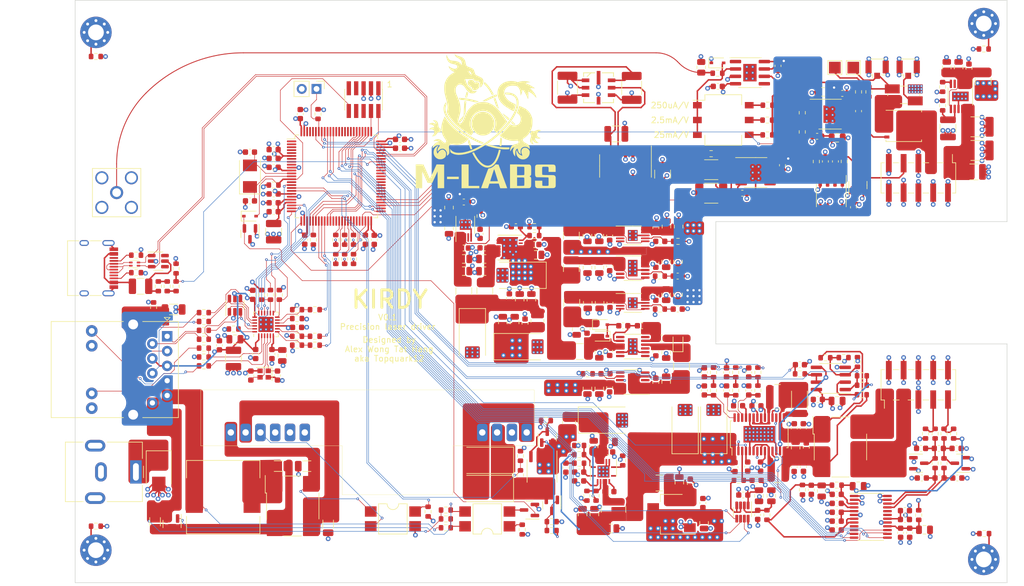
<source format=kicad_pcb>
(kicad_pcb (version 20211014) (generator pcbnew)

  (general
    (thickness 1.6)
  )

  (paper "A4")
  (layers
    (0 "F.Cu" signal)
    (1 "In1.Cu" signal)
    (2 "In2.Cu" signal)
    (31 "B.Cu" signal)
    (32 "B.Adhes" user "B.Adhesive")
    (33 "F.Adhes" user "F.Adhesive")
    (34 "B.Paste" user)
    (35 "F.Paste" user)
    (36 "B.SilkS" user "B.Silkscreen")
    (37 "F.SilkS" user "F.Silkscreen")
    (38 "B.Mask" user)
    (39 "F.Mask" user)
    (40 "Dwgs.User" user "User.Drawings")
    (41 "Cmts.User" user "User.Comments")
    (42 "Eco1.User" user "User.Eco1")
    (43 "Eco2.User" user "User.Eco2")
    (44 "Edge.Cuts" user)
    (45 "Margin" user)
    (46 "B.CrtYd" user "B.Courtyard")
    (47 "F.CrtYd" user "F.Courtyard")
    (48 "B.Fab" user)
    (49 "F.Fab" user)
    (50 "User.1" user)
    (51 "User.2" user)
    (52 "User.3" user)
    (53 "User.4" user)
    (54 "User.5" user)
    (55 "User.6" user)
    (56 "User.7" user)
    (57 "User.8" user)
    (58 "User.9" user)
  )

  (setup
    (stackup
      (layer "F.SilkS" (type "Top Silk Screen"))
      (layer "F.Paste" (type "Top Solder Paste"))
      (layer "F.Mask" (type "Top Solder Mask") (thickness 0.01))
      (layer "F.Cu" (type "copper") (thickness 0.035))
      (layer "dielectric 1" (type "core") (thickness 0.48) (material "FR4") (epsilon_r 4.5) (loss_tangent 0.02))
      (layer "In1.Cu" (type "copper") (thickness 0.035))
      (layer "dielectric 2" (type "prepreg") (thickness 0.48) (material "FR4") (epsilon_r 4.5) (loss_tangent 0.02))
      (layer "In2.Cu" (type "copper") (thickness 0.035))
      (layer "dielectric 3" (type "core") (thickness 0.48) (material "FR4") (epsilon_r 4.5) (loss_tangent 0.02))
      (layer "B.Cu" (type "copper") (thickness 0.035))
      (layer "B.Mask" (type "Bottom Solder Mask") (thickness 0.01))
      (layer "B.Paste" (type "Bottom Solder Paste"))
      (layer "B.SilkS" (type "Bottom Silk Screen"))
      (copper_finish "ENIG")
      (dielectric_constraints no)
    )
    (pad_to_mask_clearance 0)
    (pcbplotparams
      (layerselection 0x00010fc_ffffffff)
      (disableapertmacros false)
      (usegerberextensions false)
      (usegerberattributes true)
      (usegerberadvancedattributes true)
      (creategerberjobfile true)
      (svguseinch false)
      (svgprecision 6)
      (excludeedgelayer true)
      (plotframeref false)
      (viasonmask false)
      (mode 1)
      (useauxorigin false)
      (hpglpennumber 1)
      (hpglpenspeed 20)
      (hpglpendiameter 15.000000)
      (dxfpolygonmode true)
      (dxfimperialunits true)
      (dxfusepcbnewfont true)
      (psnegative false)
      (psa4output false)
      (plotreference true)
      (plotvalue true)
      (plotinvisibletext false)
      (sketchpadsonfab false)
      (subtractmaskfromsilk false)
      (outputformat 1)
      (mirror false)
      (drillshape 1)
      (scaleselection 1)
      (outputdirectory "")
    )
  )

  (net 0 "")
  (net 1 "+5VA")
  (net 2 "GND")
  (net 3 "Net-(C2-Pad2)")
  (net 4 "Net-(C5-Pad1)")
  (net 5 "Net-(C5-Pad2)")
  (net 6 "Net-(C6-Pad1)")
  (net 7 "+9VA")
  (net 8 "-6V")
  (net 9 "+15V")
  (net 10 "Net-(C13-Pad1)")
  (net 11 "Net-(C13-Pad2)")
  (net 12 "/MCU/PD_MON")
  (net 13 "/driveStage/PD_C")
  (net 14 "Net-(C17-Pad2)")
  (net 15 "Net-(C18-Pad1)")
  (net 16 "Net-(C19-Pad1)")
  (net 17 "+3V3")
  (net 18 "Net-(C21-Pad2)")
  (net 19 "Net-(C22-Pad1)")
  (net 20 "/MCU/VREF")
  (net 21 "+12V")
  (net 22 "Net-(C37-Pad2)")
  (net 23 "Net-(C38-Pad1)")
  (net 24 "Net-(C38-Pad2)")
  (net 25 "Net-(C40-Pad1)")
  (net 26 "Net-(C42-Pad2)")
  (net 27 "Net-(C43-Pad2)")
  (net 28 "-9V")
  (net 29 "IN")
  (net 30 "Net-(C50-Pad1)")
  (net 31 "Net-(C51-Pad1)")
  (net 32 "Net-(C52-Pad1)")
  (net 33 "Net-(C53-Pad1)")
  (net 34 "Net-(C54-Pad1)")
  (net 35 "Net-(C55-Pad1)")
  (net 36 "Net-(C69-Pad1)")
  (net 37 "Net-(C70-Pad1)")
  (net 38 "Net-(C71-Pad1)")
  (net 39 "Net-(C72-Pad1)")
  (net 40 "Net-(C73-Pad1)")
  (net 41 "Net-(C74-Pad1)")
  (net 42 "+9V")
  (net 43 "+8V")
  (net 44 "+3.3VA")
  (net 45 "/thermostat/DAC_REF")
  (net 46 "/thermostat/ADC_REF")
  (net 47 "/thermostat/ADC_A3V3")
  (net 48 "/thermostat/ADC_D3V3")
  (net 49 "Net-(C102-Pad1)")
  (net 50 "Net-(C103-Pad1)")
  (net 51 "Net-(C104-Pad1)")
  (net 52 "/thermostat/MAXV")
  (net 53 "/thermostat/MAXIP")
  (net 54 "/thermostat/MAXIN")
  (net 55 "Net-(C110-Pad1)")
  (net 56 "Net-(C115-Pad1)")
  (net 57 "Net-(C117-Pad1)")
  (net 58 "/MCU/TEC_ISEN")
  (net 59 "Net-(C119-Pad1)")
  (net 60 "/MCU/TEC_VREF")
  (net 61 "Net-(C122-Pad2)")
  (net 62 "Net-(C123-Pad2)")
  (net 63 "Net-(C125-Pad1)")
  (net 64 "+5V")
  (net 65 "Net-(C132-Pad2)")
  (net 66 "Net-(C133-Pad2)")
  (net 67 "Net-(C135-Pad2)")
  (net 68 "Net-(C136-Pad2)")
  (net 69 "Net-(C141-Pad1)")
  (net 70 "Net-(C145-Pad1)")
  (net 71 "Net-(C145-Pad2)")
  (net 72 "Net-(C146-Pad1)")
  (net 73 "Net-(C147-Pad1)")
  (net 74 "Net-(C148-Pad1)")
  (net 75 "Net-(C149-Pad1)")
  (net 76 "Net-(C149-Pad2)")
  (net 77 "Net-(C150-Pad1)")
  (net 78 "Net-(C151-Pad1)")
  (net 79 "Net-(C152-Pad1)")
  (net 80 "Net-(C152-Pad2)")
  (net 81 "Net-(C158-Pad1)")
  (net 82 "Net-(C162-Pad2)")
  (net 83 "Net-(C163-Pad2)")
  (net 84 "Net-(C164-Pad1)")
  (net 85 "/Ehternet/AVDDT_PHY")
  (net 86 "/Ehternet/ETH_SHIELD")
  (net 87 "Net-(D1-Pad2)")
  (net 88 "/MCU/MCU_RSTn")
  (net 89 "/MCU/RST")
  (net 90 "Net-(FB12-Pad1)")
  (net 91 "Net-(FB12-Pad2)")
  (net 92 "/thermostat/TEC+")
  (net 93 "/thermostat/TEC-")
  (net 94 "Net-(J7-PadA7)")
  (net 95 "Net-(J7-PadA6)")
  (net 96 "/MCU/USB_DP")
  (net 97 "/MCU/USB_DN")
  (net 98 "Net-(J1-Pad1)")
  (net 99 "Net-(J2-Pad1)")
  (net 100 "/MCU/SWDIO")
  (net 101 "/MCU/SWCLK")
  (net 102 "unconnected-(J4-Pad6)")
  (net 103 "unconnected-(J4-Pad7)")
  (net 104 "unconnected-(J4-Pad8)")
  (net 105 "unconnected-(J4-Pad9)")
  (net 106 "Net-(J6-Pad1)")
  (net 107 "Net-(J6-Pad2)")
  (net 108 "Net-(J6-Pad3)")
  (net 109 "Net-(J6-Pad6)")
  (net 110 "/Ehternet/POE_VC-")
  (net 111 "/Ehternet/POE_VC+")
  (net 112 "Net-(J6-Pad11)")
  (net 113 "Net-(J6-Pad13)")
  (net 114 "Net-(J7-PadA5)")
  (net 115 "unconnected-(J7-PadA8)")
  (net 116 "Net-(J7-PadB5)")
  (net 117 "unconnected-(J7-PadB8)")
  (net 118 "/driveStage/LD-")
  (net 119 "/thermostat/NTC+")
  (net 120 "/thermostat/NTC-")
  (net 121 "Net-(JP1-Pad1)")
  (net 122 "Net-(L2-Pad1)")
  (net 123 "Net-(L3-Pad1)")
  (net 124 "Net-(Q1-Pad1)")
  (net 125 "Net-(Q2-Pad3)")
  (net 126 "Net-(Q3-Pad1)")
  (net 127 "Net-(Q4-Pad1)")
  (net 128 "Net-(Q5-Pad4)")
  (net 129 "Net-(Q6-Pad1)")
  (net 130 "Net-(R4-Pad1)")
  (net 131 "Net-(R4-Pad2)")
  (net 132 "Net-(R5-Pad1)")
  (net 133 "Net-(R6-Pad1)")
  (net 134 "Net-(R7-Pad2)")
  (net 135 "Net-(R10-Pad2)")
  (net 136 "/MCU/PD_BIAS")
  (net 137 "Net-(R14-Pad2)")
  (net 138 "Net-(R15-Pad2)")
  (net 139 "Net-(R16-Pad2)")
  (net 140 "Net-(R17-Pad2)")
  (net 141 "Net-(R18-Pad2)")
  (net 142 "Net-(R19-Pad2)")
  (net 143 "Net-(R24-Pad2)")
  (net 144 "Net-(R29-Pad2)")
  (net 145 "Net-(R30-Pad2)")
  (net 146 "/MCU/PWM_MAXV")
  (net 147 "/MCU/PWM_MAXIP")
  (net 148 "/MCU/PWM_MAXIN")
  (net 149 "Net-(R41-Pad1)")
  (net 150 "Net-(R42-Pad2)")
  (net 151 "Net-(R45-Pad1)")
  (net 152 "Net-(R46-Pad2)")
  (net 153 "/MCU/TEC_VSEN")
  (net 154 "Net-(R48-Pad2)")
  (net 155 "Net-(R56-Pad2)")
  (net 156 "Net-(R57-Pad2)")
  (net 157 "Net-(R60-Pad2)")
  (net 158 "Net-(R63-Pad1)")
  (net 159 "Net-(R65-Pad1)")
  (net 160 "/MCU/AT_EVENT")
  (net 161 "/MCU/POE_PWR_SRC")
  (net 162 "/Ehternet/RMII_RXD0")
  (net 163 "Net-(R73-Pad2)")
  (net 164 "/Ehternet/RMII_RXD1")
  (net 165 "Net-(R74-Pad2)")
  (net 166 "/Ehternet/RMII_CRS_DV")
  (net 167 "Net-(R75-Pad2)")
  (net 168 "/Ehternet/RMII_REF_CLK")
  (net 169 "Net-(R76-Pad2)")
  (net 170 "/Ehternet/RMII_MDIO")
  (net 171 "Net-(R82-Pad2)")
  (net 172 "/Ehternet/ETH_LED_1")
  (net 173 "Net-(R84-Pad1)")
  (net 174 "/Ehternet/PHY_TD_P")
  (net 175 "/Ehternet/PHY_TD_N")
  (net 176 "/Ehternet/PHY_RD_P")
  (net 177 "/Ehternet/PHY_RD_N")
  (net 178 "/Ehternet/ETH_LED_2")
  (net 179 "Net-(R94-Pad2)")
  (net 180 "Net-(R95-Pad1)")
  (net 181 "/MCU/USB_VBUS")
  (net 182 "/MCU/LDAC_LOAD")
  (net 183 "/MCU/LDAC_CLK")
  (net 184 "/MCU/LDAC_MOSI")
  (net 185 "/MCU/LDAC_CS")
  (net 186 "/MCU/TADC_SYNC")
  (net 187 "/MCU/TADC_MISO")
  (net 188 "/MCU/TDAC_MOSI")
  (net 189 "/MCU/TADC_CLK")
  (net 190 "/MCU/TDAC_CLK")
  (net 191 "/MCU/TADC_CS")
  (net 192 "/MCU/TDAC_SYNC")
  (net 193 "/MCU/TADC_MOSI")
  (net 194 "Net-(U1-Pad6)")
  (net 195 "unconnected-(U2-Pad1)")
  (net 196 "unconnected-(U2-Pad9)")
  (net 197 "unconnected-(U2-Pad13)")
  (net 198 "unconnected-(U5-Pad7)")
  (net 199 "unconnected-(U7-Pad1)")
  (net 200 "unconnected-(U7-Pad2)")
  (net 201 "unconnected-(U7-Pad3)")
  (net 202 "unconnected-(U7-Pad4)")
  (net 203 "unconnected-(U7-Pad5)")
  (net 204 "unconnected-(U7-Pad7)")
  (net 205 "unconnected-(U7-Pad8)")
  (net 206 "unconnected-(U7-Pad9)")
  (net 207 "unconnected-(U7-Pad15)")
  (net 208 "/Ehternet/RMII_MDC")
  (net 209 "/Ehternet/PHY_NRST")
  (net 210 "/MCU/TEC_SHDN")
  (net 211 "unconnected-(U7-Pad37)")
  (net 212 "unconnected-(U7-Pad38)")
  (net 213 "unconnected-(U7-Pad45)")
  (net 214 "unconnected-(U7-Pad46)")
  (net 215 "/Ehternet/RMII_TX_EN")
  (net 216 "/Ehternet/RMII_TXD0")
  (net 217 "/Ehternet/RMII_TXD1")
  (net 218 "unconnected-(U7-Pad56)")
  (net 219 "unconnected-(U7-Pad57)")
  (net 220 "unconnected-(U7-Pad58)")
  (net 221 "unconnected-(U7-Pad59)")
  (net 222 "unconnected-(U7-Pad60)")
  (net 223 "unconnected-(U7-Pad61)")
  (net 224 "unconnected-(U7-Pad62)")
  (net 225 "unconnected-(U7-Pad63)")
  (net 226 "unconnected-(U7-Pad64)")
  (net 227 "unconnected-(U7-Pad65)")
  (net 228 "unconnected-(U7-Pad66)")
  (net 229 "unconnected-(U7-Pad67)")
  (net 230 "unconnected-(U7-Pad69)")
  (net 231 "unconnected-(U7-Pad82)")
  (net 232 "unconnected-(U7-Pad83)")
  (net 233 "unconnected-(U7-Pad84)")
  (net 234 "unconnected-(U7-Pad85)")
  (net 235 "unconnected-(U7-Pad86)")
  (net 236 "unconnected-(U7-Pad87)")
  (net 237 "unconnected-(U7-Pad88)")
  (net 238 "unconnected-(U7-Pad96)")
  (net 239 "unconnected-(U7-Pad97)")
  (net 240 "unconnected-(U7-Pad98)")
  (net 241 "unconnected-(U9-Pad1)")
  (net 242 "unconnected-(U9-Pad3)")
  (net 243 "unconnected-(U9-Pad6)")
  (net 244 "unconnected-(U9-Pad7)")
  (net 245 "unconnected-(U9-Pad12)")
  (net 246 "unconnected-(U10-Pad5)")
  (net 247 "unconnected-(U11-Pad4)")
  (net 248 "unconnected-(U12-Pad5)")
  (net 249 "unconnected-(U13-Pad5)")
  (net 250 "unconnected-(U14-Pad4)")
  (net 251 "unconnected-(U15-Pad4)")
  (net 252 "unconnected-(U15-Pad7)")
  (net 253 "unconnected-(U16-Pad4)")
  (net 254 "unconnected-(U18-Pad9)")
  (net 255 "unconnected-(U18-Pad10)")
  (net 256 "unconnected-(U18-Pad19)")
  (net 257 "unconnected-(U18-Pad20)")
  (net 258 "Net-(U19-Pad5)")
  (net 259 "unconnected-(U22-Pad14)")
  (net 260 "Net-(U23-Pad3)")
  (net 261 "unconnected-(U23-Pad4)")
  (net 262 "unconnected-(U23-Pad5)")
  (net 263 "unconnected-(U23-Pad6)")
  (net 264 "unconnected-(U23-Pad9)")
  (net 265 "unconnected-(U28-Pad4)")
  (net 266 "unconnected-(U28-Pad6)")
  (net 267 "Net-(C35-Pad1)")
  (net 268 "Net-(J3-Pad1)")
  (net 269 "Net-(H1-Pad1)")
  (net 270 "Net-(H2-Pad1)")
  (net 271 "Net-(H3-Pad1)")
  (net 272 "Net-(H4-Pad1)")

  (footprint "Connector_RJ:RJ45_Abracon_ARJP11A-MA_Horizontal" (layer "F.Cu") (at 15.7964 57.6926 -90))

  (footprint "Resistor_SMD:R_0603_1608Metric" (layer "F.Cu") (at 38.1008 53.117 180))

  (footprint "Resistor_SMD:R_0603_1608Metric" (layer "F.Cu") (at 63.6448 87.521 180))

  (footprint "Resistor_SMD:R_0603_1608Metric" (layer "F.Cu") (at 81.816 89.515))

  (footprint "Capacitor_SMD:C_0603_1608Metric" (layer "F.Cu") (at 38.1008 56.165))

  (footprint "Capacitor_SMD:C_0603_1608Metric" (layer "F.Cu") (at 148.4148 82.022 180))

  (footprint "Package_TO_SOT_SMD:SOT-23" (layer "F.Cu") (at 81.054 75.0116 90))

  (footprint "Capacitor_SMD:C_0805_2012Metric" (layer "F.Cu") (at 107.978 89.7436 -90))

  (footprint "Inductor_SMD:L_1210_3225Metric" (layer "F.Cu") (at 34.077 39.728 90))

  (footprint "Capacitor_SMD:C_0603_1608Metric" (layer "F.Cu") (at 111.8388 63.8864 90))

  (footprint "Capacitor_SMD:C_0603_1608Metric" (layer "F.Cu") (at 66.7284 42.5348))

  (footprint "Package_QFP:LQFP-100_14x14mm_P0.5mm" (layer "F.Cu") (at 44.831 30.226))

  (footprint "Capacitor_SMD:C_0603_1608Metric" (layer "F.Cu") (at 115.6488 63.8864 90))

  (footprint "Resistor_SMD:R_0603_1608Metric" (layer "F.Cu") (at 38.1008 54.641 180))

  (footprint "Capacitor_SMD:C_0603_1608Metric" (layer "F.Cu") (at 108.0288 66.9852 90))

  (footprint "Capacitor_SMD:C_0805_2012Metric" (layer "F.Cu") (at 86.106 56.4874 -90))

  (footprint "Resistor_SMD:R_0603_1608Metric" (layer "F.Cu") (at 118.773 88.372 -90))

  (footprint "Resistor_SMD:R_0603_1608Metric" (layer "F.Cu") (at 41.1488 53.117 180))

  (footprint "Resistor_SMD:R_0603_1608Metric" (layer "F.Cu") (at 144.8334 88.385 90))

  (footprint "Resistor_SMD:R_0603_1608Metric" (layer "F.Cu") (at 113.4136 63.8864 -90))

  (footprint "Resistor_SMD:R_0603_1608Metric" (layer "F.Cu") (at 156.0094 8.362 180))

  (footprint "Capacitor_SMD:C_0603_1608Metric" (layer "F.Cu") (at 91.7702 60.211 90))

  (footprint "Diode_SMD:D_SMB" (layer "F.Cu") (at 14.351 80.899 -90))

  (footprint "Capacitor_SMD:C_0603_1608Metric" (layer "F.Cu") (at 66.7284 34.6354))

  (footprint "Inductor_SMD:L_Wuerth_WE-PD-Typ-LS" (layer "F.Cu") (at 25.4168 85.307))

  (footprint "Capacitor_SMD:C_0805_2012Metric" (layer "F.Cu") (at 70.2768 46.5043 180))

  (footprint "Package_SO:SOIC-8-1EP_3.9x4.9mm_P1.27mm_EP2.29x3mm" (layer "F.Cu") (at 115.852 12.426))

  (footprint "Capacitor_SMD:C_0805_2012Metric" (layer "F.Cu") (at 89.0296 76.5864 90))

  (footprint "Package_TO_SOT_SMD:SOT-23-6" (layer "F.Cu") (at 27.4328 52.355 90))

  (footprint "Resistor_SMD:R_0603_1608Metric" (layer "F.Cu") (at 47.793 41.122 90))

  (footprint "Capacitor_SMD:C_1812_4532Metric" (layer "F.Cu") (at 154.94 25.781))

  (footprint "Resistor_SMD:R_0603_1608Metric" (layer "F.Cu") (at 109.6036 63.8864 -90))

  (footprint "Resistor_SMD:R_0603_1608Metric" (layer "F.Cu") (at 100.4062 47.3586))

  (footprint "Capacitor_SMD:C_0603_1608Metric" (layer "F.Cu") (at 130.7618 89.4264 180))

  (footprint "Capacitor_SMD:C_0603_1608Metric" (layer "F.Cu") (at 91.7702 45.6444 -90))

  (footprint "Capacitor_SMD:C_0603_1608Metric" (layer "F.Cu") (at 117.186 88.3466 -90))

  (footprint "Capacitor_SMD:C_0603_1608Metric" (layer "F.Cu") (at 100.457 41.3896 180))

  (footprint "Capacitor_SMD:C_0805_2012Metric" (layer "F.Cu") (at 151.684 11.524 90))

  (footprint "Resistor_SMD:R_0603_1608Metric" (layer "F.Cu") (at 17.3254 46.0556 -90))

  (footprint "Resistor_SMD:R_0603_1608Metric" (layer "F.Cu") (at 117.2236 66.9852 -90))

  (footprint "Resistor_SMD:R_0603_1608Metric" (layer "F.Cu") (at 78.8442 38.875))

  (footprint "Capacitor_SMD:C_0603_1608Metric" (layer "F.Cu") (at 94.107 55.88))

  (footprint "Connector_Coaxial:SMA_Amphenol_132203-12_Horizontal" (layer "F.Cu") (at 7.1176 33.02 90))

  (footprint "Inductor_SMD:L_1210_3225Metric" (layer "F.Cu") (at 70.3352 49.924 90))

  (footprint "Resistor_SMD:R_0603_1608Metric" (layer "F.Cu") (at 89.436 85.07 90))

  (footprint "Capacitor_SMD:C_0805_2012Metric" (layer "F.Cu")
    (tedit 5F68FEEE) (tstamp 1e4dc07e-2b74-4fa8-a6a1-96dea624930c)
    (at 101.473 60.465 -90)
... [4227341 chars truncated]
</source>
